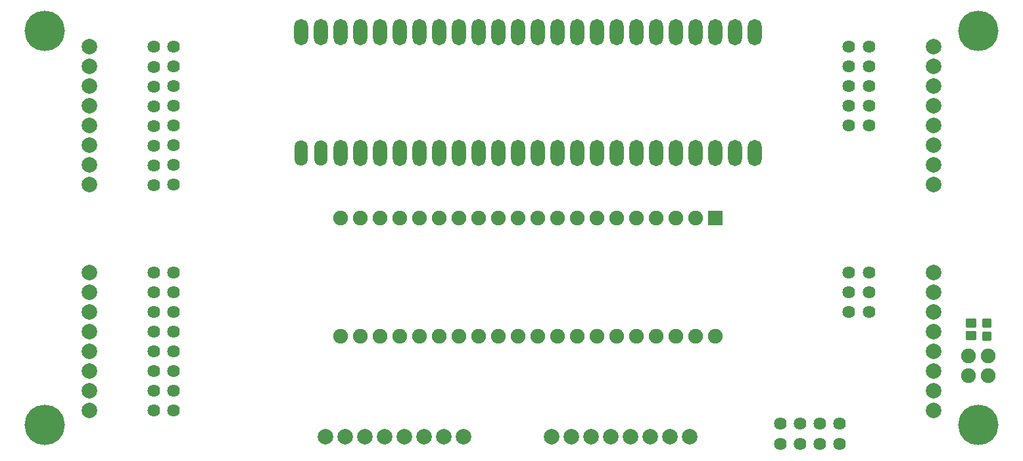
<source format=gts>
G04 Layer: TopSolderMaskLayer*
G04 EasyEDA v6.5.34, 2023-09-06 22:51:59*
G04 a86b413e394c4c25ad92b8d6a36629b7,5a6b42c53f6a479593ecc07194224c93,10*
G04 Gerber Generator version 0.2*
G04 Scale: 100 percent, Rotated: No, Reflected: No *
G04 Dimensions in millimeters *
G04 leading zeros omitted , absolute positions ,4 integer and 5 decimal *
%FSLAX45Y45*%
%MOMM*%

%AMMACRO1*1,1,$1,$2,$3*1,1,$1,$4,$5*1,1,$1,0-$2,0-$3*1,1,$1,0-$4,0-$5*20,1,$1,$2,$3,$4,$5,0*20,1,$1,$4,$5,0-$2,0-$3,0*20,1,$1,0-$2,0-$3,0-$4,0-$5,0*20,1,$1,0-$4,0-$5,$2,$3,0*4,1,4,$2,$3,$4,$5,0-$2,0-$3,0-$4,0-$5,$2,$3,0*%
%ADD10C,1.9016*%
%ADD11MACRO1,0.1016X0.9X-0.9X-0.9X-0.9*%
%ADD12O,1.7018X3.302*%
%ADD13O,1.8034X3.4035999999999995*%
%ADD14MACRO1,0.2032X-0.5X0.45X0.5X0.45*%
%ADD15MACRO1,0.2032X-0.55X-0.5X-0.55X0.5*%
%ADD16C,5.2032*%
%ADD17C,2.0016*%
%ADD18C,1.6256*%

%LPD*%
D10*
G01*
X9017000Y1524000D03*
G01*
X8763000Y1524000D03*
G01*
X8509000Y1524000D03*
G01*
X8255000Y1524000D03*
G01*
X8001000Y1524000D03*
G01*
X7747000Y1524000D03*
G01*
X7493000Y1524000D03*
G01*
X7239000Y1524000D03*
G01*
X6985000Y1524000D03*
G01*
X6731000Y1524000D03*
G01*
X6477000Y1524000D03*
G01*
X6223000Y1524000D03*
G01*
X5969000Y1524000D03*
G01*
X5715000Y1524000D03*
G01*
X5461000Y1524000D03*
G01*
X5207000Y1524000D03*
G01*
X4953000Y1524000D03*
G01*
X4699000Y1524000D03*
G01*
X4445000Y1524000D03*
G01*
X4191000Y1524000D03*
G01*
X4191000Y3048000D03*
G01*
X4445000Y3048000D03*
G01*
X4699000Y3048000D03*
G01*
X4953000Y3048000D03*
G01*
X5207000Y3048000D03*
G01*
X5461000Y3048000D03*
G01*
X5715000Y3048000D03*
G01*
X5969000Y3048000D03*
G01*
X6223000Y3048000D03*
G01*
X6477000Y3048000D03*
G01*
X6731000Y3048000D03*
G01*
X6985000Y3048000D03*
G01*
X7239000Y3048000D03*
G01*
X7493000Y3048000D03*
G01*
X7747000Y3048000D03*
G01*
X8001000Y3048000D03*
G01*
X8255000Y3048000D03*
G01*
X8509000Y3048000D03*
G01*
X8763000Y3048000D03*
D11*
G01*
X9017000Y3048000D03*
D12*
G01*
X3683000Y3886200D03*
G01*
X3937000Y3886200D03*
D13*
G01*
X4191000Y3886200D03*
G01*
X4445000Y3886200D03*
G01*
X4699000Y3886200D03*
G01*
X4953000Y3886200D03*
G01*
X5207000Y3886200D03*
G01*
X5461000Y3886200D03*
G01*
X5715000Y3886200D03*
G01*
X5969000Y3886200D03*
G01*
X8509000Y3886200D03*
G01*
X8255000Y3886200D03*
G01*
X8001000Y3886200D03*
G01*
X7747000Y3886200D03*
G01*
X7493000Y3886200D03*
G01*
X7239000Y3886200D03*
G01*
X6985000Y3886200D03*
G01*
X6731000Y3886200D03*
G01*
X6477000Y3886200D03*
G01*
X6223000Y3886200D03*
G01*
X8763000Y3886200D03*
G01*
X8763000Y5446191D03*
G01*
X6223000Y5446191D03*
G01*
X6477000Y5446191D03*
G01*
X6731000Y5446191D03*
G01*
X6985000Y5446191D03*
G01*
X7239000Y5446191D03*
G01*
X7493000Y5446191D03*
G01*
X7747000Y5446191D03*
G01*
X8001000Y5446191D03*
G01*
X8255000Y5446191D03*
G01*
X8509000Y5446191D03*
G01*
X5969000Y5446191D03*
G01*
X5715000Y5446191D03*
G01*
X5461000Y5446191D03*
G01*
X5207000Y5446191D03*
G01*
X4953000Y5446191D03*
G01*
X4699000Y5446191D03*
G01*
X4445000Y5446191D03*
G01*
X4191000Y5446191D03*
G01*
X3937000Y5446191D03*
G01*
X3683000Y5446191D03*
G01*
X9017000Y3886200D03*
G01*
X9271000Y3886200D03*
G01*
X9525000Y3886200D03*
G01*
X9017000Y5446191D03*
G01*
X9271000Y5446191D03*
G01*
X9525000Y5446191D03*
D14*
G01*
X12519398Y1697405D03*
G01*
X12519398Y1527406D03*
D15*
G01*
X12316205Y1692404D03*
G01*
X12316205Y1532399D03*
D16*
G01*
X381000Y381000D03*
D17*
G01*
X956106Y569620D03*
G01*
X956106Y823620D03*
G01*
X956106Y1077620D03*
G01*
X956106Y1331620D03*
G01*
X956106Y1585620D03*
G01*
X956106Y1839620D03*
G01*
X956106Y2093620D03*
G01*
X956106Y2347620D03*
G01*
X956081Y5255920D03*
G01*
X956081Y5001920D03*
G01*
X956081Y4747920D03*
G01*
X956081Y4493920D03*
G01*
X956081Y4239920D03*
G01*
X956081Y3985920D03*
G01*
X956081Y3731920D03*
G01*
X956081Y3477920D03*
D18*
G01*
X2044700Y2347620D03*
G01*
X2044700Y1585620D03*
G01*
X1790700Y1582826D03*
G01*
X2044700Y1839620D03*
G01*
X1790700Y1836826D03*
G01*
X1790700Y566826D03*
G01*
X2044700Y569620D03*
G01*
X2044700Y1077620D03*
G01*
X1790700Y1074826D03*
G01*
X2044700Y1331620D03*
G01*
X1790700Y1328826D03*
G01*
X1790700Y2090826D03*
G01*
X2044700Y2093620D03*
G01*
X1790700Y820826D03*
G01*
X2044700Y823620D03*
G01*
X1787906Y2347620D03*
G01*
X1787880Y5255920D03*
G01*
X2044674Y3731920D03*
G01*
X1790674Y3729126D03*
G01*
X2044674Y5001920D03*
G01*
X1790674Y4999126D03*
G01*
X1790674Y4237126D03*
G01*
X2044674Y4239920D03*
G01*
X1790674Y3983126D03*
G01*
X2044674Y3985920D03*
G01*
X2044674Y3477920D03*
G01*
X1790674Y3475126D03*
G01*
X1790674Y4745126D03*
G01*
X2044674Y4747920D03*
G01*
X1790674Y4491126D03*
G01*
X2044674Y4493920D03*
G01*
X2044674Y5255920D03*
D16*
G01*
X381000Y5461000D03*
D10*
G01*
X12532106Y1269492D03*
G01*
X12278106Y1269492D03*
G01*
X12278106Y1015492D03*
G01*
X12532106Y1015492D03*
D16*
G01*
X12405106Y380492D03*
G01*
X12405106Y5460492D03*
D17*
G01*
X11830024Y2347087D03*
G01*
X11830024Y2093087D03*
G01*
X11830024Y1839087D03*
G01*
X11830024Y1585087D03*
G01*
X11830024Y1331087D03*
G01*
X11830024Y1077087D03*
G01*
X11830024Y823087D03*
G01*
X11830024Y569087D03*
G01*
X11829999Y3477387D03*
G01*
X11829999Y3731387D03*
G01*
X11829999Y3985387D03*
G01*
X11829999Y4239387D03*
G01*
X11829999Y4493387D03*
G01*
X11829999Y4747387D03*
G01*
X11829999Y5001387D03*
G01*
X11829999Y5255387D03*
D18*
G01*
X10741406Y5255387D03*
G01*
X10998225Y5255387D03*
G01*
X10998225Y5001387D03*
G01*
X10741406Y5001387D03*
G01*
X10741406Y4747387D03*
G01*
X10998225Y4747387D03*
G01*
X10998225Y4493387D03*
G01*
X10741406Y4493387D03*
G01*
X10998225Y4239387D03*
G01*
X10741406Y4239387D03*
G01*
X10998250Y1839087D03*
G01*
X10741431Y1839087D03*
G01*
X10741431Y2093087D03*
G01*
X10998250Y2093087D03*
G01*
X10998250Y2347087D03*
G01*
X10741431Y2347087D03*
D17*
G01*
X5778500Y231698D03*
G01*
X5524500Y231698D03*
G01*
X5270500Y231698D03*
G01*
X5016500Y231698D03*
G01*
X4762500Y231698D03*
G01*
X4508500Y231698D03*
G01*
X4254500Y231698D03*
G01*
X4000500Y231698D03*
G01*
X6908800Y231724D03*
G01*
X7162800Y231724D03*
G01*
X7416800Y231724D03*
G01*
X7670800Y231724D03*
G01*
X7924800Y231724D03*
G01*
X8178800Y231724D03*
G01*
X8432800Y231724D03*
G01*
X8686800Y231724D03*
D18*
G01*
X9855200Y396468D03*
G01*
X9855200Y139649D03*
G01*
X10109200Y139649D03*
G01*
X10109200Y396468D03*
G01*
X10363200Y396468D03*
G01*
X10363200Y139649D03*
G01*
X10617200Y139649D03*
G01*
X10617200Y396468D03*
M02*

</source>
